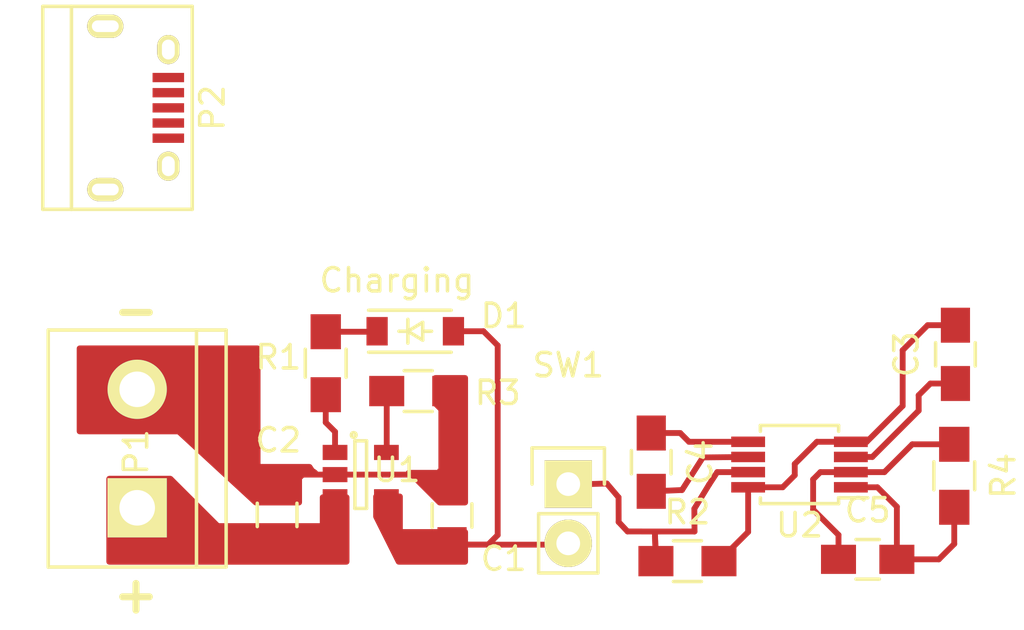
<source format=kicad_pcb>
(kicad_pcb (version 4) (host pcbnew "(2015-07-12 BZR 5927)-product")

  (general
    (links 27)
    (no_connects 3)
    (area 0 0 0 0)
    (thickness 1.6)
    (drawings 2)
    (tracks 86)
    (zones 0)
    (modules 15)
    (nets 16)
  )

  (page A4)
  (layers
    (0 F.Cu signal)
    (31 B.Cu signal)
    (32 B.Adhes user)
    (33 F.Adhes user)
    (34 B.Paste user)
    (35 F.Paste user)
    (36 B.SilkS user)
    (37 F.SilkS user)
    (38 B.Mask user)
    (39 F.Mask user)
    (40 Dwgs.User user)
    (41 Cmts.User user)
    (42 Eco1.User user)
    (43 Eco2.User user)
    (44 Edge.Cuts user)
    (45 Margin user)
    (46 B.CrtYd user)
    (47 F.CrtYd user)
    (48 B.Fab user)
    (49 F.Fab user)
  )

  (setup
    (last_trace_width 0.25)
    (trace_clearance 0.2)
    (zone_clearance 0.508)
    (zone_45_only no)
    (trace_min 0.2)
    (segment_width 0.2)
    (edge_width 0.1)
    (via_size 0.6)
    (via_drill 0.4)
    (via_min_size 0.4)
    (via_min_drill 0.3)
    (uvia_size 0.3)
    (uvia_drill 0.1)
    (uvias_allowed no)
    (uvia_min_size 0.2)
    (uvia_min_drill 0.1)
    (pcb_text_width 0.3)
    (pcb_text_size 1.5 1.5)
    (mod_edge_width 0.15)
    (mod_text_size 1 1)
    (mod_text_width 0.15)
    (pad_size 1.5 1.5)
    (pad_drill 0.6)
    (pad_to_mask_clearance 0)
    (aux_axis_origin 0 0)
    (visible_elements FFFFFFBF)
    (pcbplotparams
      (layerselection 0x00030_80000001)
      (usegerberextensions false)
      (excludeedgelayer true)
      (linewidth 0.100000)
      (plotframeref false)
      (viasonmask false)
      (mode 1)
      (useauxorigin false)
      (hpglpennumber 1)
      (hpglpenspeed 20)
      (hpglpendiameter 15)
      (hpglpenoverlay 2)
      (psnegative false)
      (psa4output false)
      (plotreference true)
      (plotvalue true)
      (plotinvisibletext false)
      (padsonsilk false)
      (subtractmaskfromsilk false)
      (outputformat 1)
      (mirror false)
      (drillshape 1)
      (scaleselection 1)
      (outputdirectory ""))
  )

  (net 0 "")
  (net 1 VCC)
  (net 2 GND)
  (net 3 "Net-(C2-Pad1)")
  (net 4 "Net-(D1-Pad1)")
  (net 5 "Net-(R1-Pad2)")
  (net 6 "Net-(R3-Pad1)")
  (net 7 "Net-(C3-Pad1)")
  (net 8 "Net-(C4-Pad1)")
  (net 9 "Net-(C4-Pad2)")
  (net 10 +5V)
  (net 11 "Net-(P2-Pad2)")
  (net 12 "Net-(P2-Pad3)")
  (net 13 "Net-(P2-Pad5)")
  (net 14 "Net-(R2-Pad1)")
  (net 15 "Net-(C10-Pad2)")

  (net_class Default "Ceci est la Netclass par défaut"
    (clearance 0.2)
    (trace_width 0.25)
    (via_dia 0.6)
    (via_drill 0.4)
    (uvia_dia 0.3)
    (uvia_drill 0.1)
    (add_net +5V)
    (add_net GND)
    (add_net "Net-(C10-Pad2)")
    (add_net "Net-(C2-Pad1)")
    (add_net "Net-(C3-Pad1)")
    (add_net "Net-(C4-Pad1)")
    (add_net "Net-(C4-Pad2)")
    (add_net "Net-(D1-Pad1)")
    (add_net "Net-(P2-Pad2)")
    (add_net "Net-(P2-Pad3)")
    (add_net "Net-(P2-Pad5)")
    (add_net "Net-(R1-Pad2)")
    (add_net "Net-(R2-Pad1)")
    (add_net "Net-(R3-Pad1)")
    (add_net VCC)
  )

  (module Capacitors_SMD:C_0805_HandSoldering (layer F.Cu) (tedit 55A2D6FA) (tstamp 55A2CF63)
    (at 159.8422 108.3818 90)
    (descr "Capacitor SMD 0805, hand soldering")
    (tags "capacitor 0805")
    (path /55A2BC5B)
    (attr smd)
    (fp_text reference C1 (at -1.8542 2.2098 180) (layer F.SilkS)
      (effects (font (size 1 1) (thickness 0.15)))
    )
    (fp_text value 10u (at 0.0254 0.0254 180) (layer F.Fab)
      (effects (font (size 0.5 0.5) (thickness 0.125)))
    )
    (fp_line (start -2.3 -1) (end 2.3 -1) (layer F.CrtYd) (width 0.05))
    (fp_line (start -2.3 1) (end 2.3 1) (layer F.CrtYd) (width 0.05))
    (fp_line (start -2.3 -1) (end -2.3 1) (layer F.CrtYd) (width 0.05))
    (fp_line (start 2.3 -1) (end 2.3 1) (layer F.CrtYd) (width 0.05))
    (fp_line (start 0.5 -0.85) (end -0.5 -0.85) (layer F.SilkS) (width 0.15))
    (fp_line (start -0.5 0.85) (end 0.5 0.85) (layer F.SilkS) (width 0.15))
    (pad 1 smd rect (at -1.25 0 90) (size 1.5 1.25) (layers F.Cu F.Paste F.Mask)
      (net 1 VCC))
    (pad 2 smd rect (at 1.25 0 90) (size 1.5 1.25) (layers F.Cu F.Paste F.Mask)
      (net 2 GND))
    (model Capacitors_SMD.3dshapes/C_0805_HandSoldering.wrl
      (at (xyz 0 0 0))
      (scale (xyz 1 1 1))
      (rotate (xyz 0 0 0))
    )
  )

  (module Capacitors_SMD:C_0805_HandSoldering (layer F.Cu) (tedit 55A2D6F6) (tstamp 55A2CF69)
    (at 152.3492 108.3564 90)
    (descr "Capacitor SMD 0805, hand soldering")
    (tags "capacitor 0805")
    (path /55A2BA39)
    (attr smd)
    (fp_text reference C2 (at 3.2004 0.0508 180) (layer F.SilkS)
      (effects (font (size 1 1) (thickness 0.15)))
    )
    (fp_text value 10u (at -0.1016 0.0508 180) (layer F.Fab)
      (effects (font (size 0.5 0.5) (thickness 0.125)))
    )
    (fp_line (start -2.3 -1) (end 2.3 -1) (layer F.CrtYd) (width 0.05))
    (fp_line (start -2.3 1) (end 2.3 1) (layer F.CrtYd) (width 0.05))
    (fp_line (start -2.3 -1) (end -2.3 1) (layer F.CrtYd) (width 0.05))
    (fp_line (start 2.3 -1) (end 2.3 1) (layer F.CrtYd) (width 0.05))
    (fp_line (start 0.5 -0.85) (end -0.5 -0.85) (layer F.SilkS) (width 0.15))
    (fp_line (start -0.5 0.85) (end 0.5 0.85) (layer F.SilkS) (width 0.15))
    (pad 1 smd rect (at -1.25 0 90) (size 1.5 1.25) (layers F.Cu F.Paste F.Mask)
      (net 3 "Net-(C2-Pad1)"))
    (pad 2 smd rect (at 1.25 0 90) (size 1.5 1.25) (layers F.Cu F.Paste F.Mask)
      (net 2 GND))
    (model Capacitors_SMD.3dshapes/C_0805_HandSoldering.wrl
      (at (xyz 0 0 0))
      (scale (xyz 1 1 1))
      (rotate (xyz 0 0 0))
    )
  )

  (module Diodes_SMD:SOD-123 (layer F.Cu) (tedit 55A2D700) (tstamp 55A2CF6F)
    (at 158.2674 100.4824)
    (descr SOD-123)
    (tags SOD-123)
    (path /55A2B6E8)
    (attr smd)
    (fp_text reference D1 (at 3.7846 -0.6604) (layer F.SilkS)
      (effects (font (size 1 1) (thickness 0.15)))
    )
    (fp_text value Charging (at -0.7874 -2.1844) (layer F.SilkS)
      (effects (font (size 1 1) (thickness 0.15)))
    )
    (fp_line (start 0.3175 0) (end 0.6985 0) (layer F.SilkS) (width 0.15))
    (fp_line (start -0.6985 0) (end -0.3175 0) (layer F.SilkS) (width 0.15))
    (fp_line (start -0.3175 0) (end 0.3175 -0.381) (layer F.SilkS) (width 0.15))
    (fp_line (start 0.3175 -0.381) (end 0.3175 0.381) (layer F.SilkS) (width 0.15))
    (fp_line (start 0.3175 0.381) (end -0.3175 0) (layer F.SilkS) (width 0.15))
    (fp_line (start -0.3175 -0.508) (end -0.3175 0.508) (layer F.SilkS) (width 0.15))
    (fp_line (start -2.25 -1.05) (end 2.25 -1.05) (layer F.CrtYd) (width 0.05))
    (fp_line (start 2.25 -1.05) (end 2.25 1.05) (layer F.CrtYd) (width 0.05))
    (fp_line (start 2.25 1.05) (end -2.25 1.05) (layer F.CrtYd) (width 0.05))
    (fp_line (start -2.25 -1.05) (end -2.25 1.05) (layer F.CrtYd) (width 0.05))
    (fp_line (start -2 0.9) (end 1.54 0.9) (layer F.SilkS) (width 0.15))
    (fp_line (start -2 -0.9) (end 1.54 -0.9) (layer F.SilkS) (width 0.15))
    (pad 1 smd rect (at -1.635 0) (size 0.91 1.22) (layers F.Cu F.Paste F.Mask)
      (net 4 "Net-(D1-Pad1)"))
    (pad 2 smd rect (at 1.635 0) (size 0.91 1.22) (layers F.Cu F.Paste F.Mask)
      (net 1 VCC))
  )

  (module Connect:bornier2 (layer F.Cu) (tedit 55A2D6A1) (tstamp 55A2CF75)
    (at 146.3548 105.5116 90)
    (descr "Bornier d'alimentation 2 pins")
    (tags DEV)
    (path /55A2CE50)
    (fp_text reference P1 (at -0.1524 -0.0508 90) (layer F.SilkS)
      (effects (font (size 1 1) (thickness 0.15)))
    )
    (fp_text value LIPO (at -0.1524 -2.5908 90) (layer F.Fab)
      (effects (font (size 1 1) (thickness 0.15)))
    )
    (fp_line (start 5.08 2.54) (end -5.08 2.54) (layer F.SilkS) (width 0.15))
    (fp_line (start 5.08 3.81) (end 5.08 -3.81) (layer F.SilkS) (width 0.15))
    (fp_line (start 5.08 -3.81) (end -5.08 -3.81) (layer F.SilkS) (width 0.15))
    (fp_line (start -5.08 -3.81) (end -5.08 3.81) (layer F.SilkS) (width 0.15))
    (fp_line (start -5.08 3.81) (end 5.08 3.81) (layer F.SilkS) (width 0.15))
    (pad 1 thru_hole rect (at -2.54 0 90) (size 2.54 2.54) (drill 1.524) (layers *.Cu *.Mask F.SilkS)
      (net 3 "Net-(C2-Pad1)"))
    (pad 2 thru_hole circle (at 2.54 0 90) (size 2.54 2.54) (drill 1.524) (layers *.Cu *.Mask F.SilkS)
      (net 2 GND))
    (model Connect.3dshapes/bornier2.wrl
      (at (xyz 0 0 0))
      (scale (xyz 1 1 1))
      (rotate (xyz 0 0 0))
    )
  )

  (module Resistors_SMD:R_0805_HandSoldering (layer F.Cu) (tedit 55A2D6FE) (tstamp 55A2CF7B)
    (at 154.432 101.854 270)
    (descr "Resistor SMD 0805, hand soldering")
    (tags "resistor 0805")
    (path /55A2B76F)
    (attr smd)
    (fp_text reference R1 (at -0.254 2.032 360) (layer F.SilkS)
      (effects (font (size 1 1) (thickness 0.15)))
    )
    (fp_text value 1K (at 0 0 360) (layer F.Fab)
      (effects (font (size 0.5 0.5) (thickness 0.125)))
    )
    (fp_line (start -2.4 -1) (end 2.4 -1) (layer F.CrtYd) (width 0.05))
    (fp_line (start -2.4 1) (end 2.4 1) (layer F.CrtYd) (width 0.05))
    (fp_line (start -2.4 -1) (end -2.4 1) (layer F.CrtYd) (width 0.05))
    (fp_line (start 2.4 -1) (end 2.4 1) (layer F.CrtYd) (width 0.05))
    (fp_line (start 0.6 0.875) (end -0.6 0.875) (layer F.SilkS) (width 0.15))
    (fp_line (start -0.6 -0.875) (end 0.6 -0.875) (layer F.SilkS) (width 0.15))
    (pad 1 smd rect (at -1.35 0 270) (size 1.5 1.3) (layers F.Cu F.Paste F.Mask)
      (net 4 "Net-(D1-Pad1)"))
    (pad 2 smd rect (at 1.35 0 270) (size 1.5 1.3) (layers F.Cu F.Paste F.Mask)
      (net 5 "Net-(R1-Pad2)"))
    (model Resistors_SMD.3dshapes/R_0805_HandSoldering.wrl
      (at (xyz 0 0 0))
      (scale (xyz 1 1 1))
      (rotate (xyz 0 0 0))
    )
  )

  (module Resistors_SMD:R_0805_HandSoldering (layer F.Cu) (tedit 55A2D62B) (tstamp 55A2CF81)
    (at 158.3944 103.0478)
    (descr "Resistor SMD 0805, hand soldering")
    (tags "resistor 0805")
    (path /55A2B8E0)
    (attr smd)
    (fp_text reference R3 (at 3.4036 0.0762) (layer F.SilkS)
      (effects (font (size 1 1) (thickness 0.15)))
    )
    (fp_text value 2K (at 0 0.0762 90) (layer F.Fab)
      (effects (font (size 0.5 0.5) (thickness 0.125)))
    )
    (fp_line (start -2.4 -1) (end 2.4 -1) (layer F.CrtYd) (width 0.05))
    (fp_line (start -2.4 1) (end 2.4 1) (layer F.CrtYd) (width 0.05))
    (fp_line (start -2.4 -1) (end -2.4 1) (layer F.CrtYd) (width 0.05))
    (fp_line (start 2.4 -1) (end 2.4 1) (layer F.CrtYd) (width 0.05))
    (fp_line (start 0.6 0.875) (end -0.6 0.875) (layer F.SilkS) (width 0.15))
    (fp_line (start -0.6 -0.875) (end 0.6 -0.875) (layer F.SilkS) (width 0.15))
    (pad 1 smd rect (at -1.35 0) (size 1.5 1.3) (layers F.Cu F.Paste F.Mask)
      (net 6 "Net-(R3-Pad1)"))
    (pad 2 smd rect (at 1.35 0) (size 1.5 1.3) (layers F.Cu F.Paste F.Mask)
      (net 2 GND))
    (model Resistors_SMD.3dshapes/R_0805_HandSoldering.wrl
      (at (xyz 0 0 0))
      (scale (xyz 1 1 1))
      (rotate (xyz 0 0 0))
    )
  )

  (module Housings_SOT-23_SOT-143_TSOT-6:SOT-23-5 (layer F.Cu) (tedit 55A2D6BF) (tstamp 55A2CF8A)
    (at 155.9306 106.6292)
    (descr "5-pin SOT23 package")
    (tags SOT-23-5)
    (path /55A2B662)
    (attr smd)
    (fp_text reference U1 (at 1.5494 -0.2032) (layer F.SilkS)
      (effects (font (size 1 1) (thickness 0.15)))
    )
    (fp_text value MCP73831 (at 0.0254 -0.0254 90) (layer F.Fab)
      (effects (font (size 0.25 0.25) (thickness 0.0625)))
    )
    (fp_line (start -1.8 -1.6) (end 1.8 -1.6) (layer F.CrtYd) (width 0.05))
    (fp_line (start 1.8 -1.6) (end 1.8 1.6) (layer F.CrtYd) (width 0.05))
    (fp_line (start 1.8 1.6) (end -1.8 1.6) (layer F.CrtYd) (width 0.05))
    (fp_line (start -1.8 1.6) (end -1.8 -1.6) (layer F.CrtYd) (width 0.05))
    (fp_circle (center -0.3 -1.7) (end -0.2 -1.7) (layer F.SilkS) (width 0.15))
    (fp_line (start 0.25 -1.45) (end -0.25 -1.45) (layer F.SilkS) (width 0.15))
    (fp_line (start 0.25 1.45) (end 0.25 -1.45) (layer F.SilkS) (width 0.15))
    (fp_line (start -0.25 1.45) (end 0.25 1.45) (layer F.SilkS) (width 0.15))
    (fp_line (start -0.25 -1.45) (end -0.25 1.45) (layer F.SilkS) (width 0.15))
    (pad 1 smd rect (at -1.1 -0.95) (size 1.06 0.65) (layers F.Cu F.Paste F.Mask)
      (net 5 "Net-(R1-Pad2)"))
    (pad 2 smd rect (at -1.1 0) (size 1.06 0.65) (layers F.Cu F.Paste F.Mask)
      (net 2 GND))
    (pad 3 smd rect (at -1.1 0.95) (size 1.06 0.65) (layers F.Cu F.Paste F.Mask)
      (net 3 "Net-(C2-Pad1)"))
    (pad 4 smd rect (at 1.1 0.95) (size 1.06 0.65) (layers F.Cu F.Paste F.Mask)
      (net 1 VCC))
    (pad 5 smd rect (at 1.1 -0.95) (size 1.06 0.65) (layers F.Cu F.Paste F.Mask)
      (net 6 "Net-(R3-Pad1)"))
    (model Housings_SOT-23_SOT-143_TSOT-6.3dshapes/SOT-23-5.wrl
      (at (xyz 0 0 0))
      (scale (xyz 0.11 0.11 0.11))
      (rotate (xyz 0 0 90))
    )
  )

  (module Capacitors_SMD:C_0805_HandSoldering (layer F.Cu) (tedit 541A9B8D) (tstamp 55A2E6A6)
    (at 181.4068 101.473 90)
    (descr "Capacitor SMD 0805, hand soldering")
    (tags "capacitor 0805")
    (path /55A2E3A2)
    (attr smd)
    (fp_text reference C3 (at 0 -2.1 90) (layer F.SilkS)
      (effects (font (size 1 1) (thickness 0.15)))
    )
    (fp_text value 10uF (at 0 2.1 90) (layer F.Fab)
      (effects (font (size 1 1) (thickness 0.15)))
    )
    (fp_line (start -2.3 -1) (end 2.3 -1) (layer F.CrtYd) (width 0.05))
    (fp_line (start -2.3 1) (end 2.3 1) (layer F.CrtYd) (width 0.05))
    (fp_line (start -2.3 -1) (end -2.3 1) (layer F.CrtYd) (width 0.05))
    (fp_line (start 2.3 -1) (end 2.3 1) (layer F.CrtYd) (width 0.05))
    (fp_line (start 0.5 -0.85) (end -0.5 -0.85) (layer F.SilkS) (width 0.15))
    (fp_line (start -0.5 0.85) (end 0.5 0.85) (layer F.SilkS) (width 0.15))
    (pad 1 smd rect (at -1.25 0 90) (size 1.5 1.25) (layers F.Cu F.Paste F.Mask)
      (net 7 "Net-(C3-Pad1)"))
    (pad 2 smd rect (at 1.25 0 90) (size 1.5 1.25) (layers F.Cu F.Paste F.Mask)
      (net 2 GND))
    (model Capacitors_SMD.3dshapes/C_0805_HandSoldering.wrl
      (at (xyz 0 0 0))
      (scale (xyz 1 1 1))
      (rotate (xyz 0 0 0))
    )
  )

  (module Capacitors_SMD:C_0805_HandSoldering (layer F.Cu) (tedit 541A9B8D) (tstamp 55A2E6AC)
    (at 168.3766 106.0958 270)
    (descr "Capacitor SMD 0805, hand soldering")
    (tags "capacitor 0805")
    (path /55A2E347)
    (attr smd)
    (fp_text reference C4 (at 0 -2.1 270) (layer F.SilkS)
      (effects (font (size 1 1) (thickness 0.15)))
    )
    (fp_text value 1uF (at 0 2.1 270) (layer F.Fab)
      (effects (font (size 1 1) (thickness 0.15)))
    )
    (fp_line (start -2.3 -1) (end 2.3 -1) (layer F.CrtYd) (width 0.05))
    (fp_line (start -2.3 1) (end 2.3 1) (layer F.CrtYd) (width 0.05))
    (fp_line (start -2.3 -1) (end -2.3 1) (layer F.CrtYd) (width 0.05))
    (fp_line (start 2.3 -1) (end 2.3 1) (layer F.CrtYd) (width 0.05))
    (fp_line (start 0.5 -0.85) (end -0.5 -0.85) (layer F.SilkS) (width 0.15))
    (fp_line (start -0.5 0.85) (end 0.5 0.85) (layer F.SilkS) (width 0.15))
    (pad 1 smd rect (at -1.25 0 270) (size 1.5 1.25) (layers F.Cu F.Paste F.Mask)
      (net 8 "Net-(C4-Pad1)"))
    (pad 2 smd rect (at 1.25 0 270) (size 1.5 1.25) (layers F.Cu F.Paste F.Mask)
      (net 9 "Net-(C4-Pad2)"))
    (model Capacitors_SMD.3dshapes/C_0805_HandSoldering.wrl
      (at (xyz 0 0 0))
      (scale (xyz 1 1 1))
      (rotate (xyz 0 0 0))
    )
  )

  (module Capacitors_SMD:C_0805_HandSoldering (layer F.Cu) (tedit 541A9B8D) (tstamp 55A2E6B2)
    (at 177.6476 110.2614)
    (descr "Capacitor SMD 0805, hand soldering")
    (tags "capacitor 0805")
    (path /55A2E482)
    (attr smd)
    (fp_text reference C5 (at 0 -2.1) (layer F.SilkS)
      (effects (font (size 1 1) (thickness 0.15)))
    )
    (fp_text value 10uF (at 0 2.1) (layer F.Fab)
      (effects (font (size 1 1) (thickness 0.15)))
    )
    (fp_line (start -2.3 -1) (end 2.3 -1) (layer F.CrtYd) (width 0.05))
    (fp_line (start -2.3 1) (end 2.3 1) (layer F.CrtYd) (width 0.05))
    (fp_line (start -2.3 -1) (end -2.3 1) (layer F.CrtYd) (width 0.05))
    (fp_line (start 2.3 -1) (end 2.3 1) (layer F.CrtYd) (width 0.05))
    (fp_line (start 0.5 -0.85) (end -0.5 -0.85) (layer F.SilkS) (width 0.15))
    (fp_line (start -0.5 0.85) (end 0.5 0.85) (layer F.SilkS) (width 0.15))
    (pad 1 smd rect (at -1.25 0) (size 1.5 1.25) (layers F.Cu F.Paste F.Mask)
      (net 10 +5V))
    (pad 2 smd rect (at 1.25 0) (size 1.5 1.25) (layers F.Cu F.Paste F.Mask)
      (net 15 "Net-(C10-Pad2)"))
    (model Capacitors_SMD.3dshapes/C_0805_HandSoldering.wrl
      (at (xyz 0 0 0))
      (scale (xyz 1 1 1))
      (rotate (xyz 0 0 0))
    )
  )

  (module Connect:USB_Micro-B (layer F.Cu) (tedit 5543E447) (tstamp 55A2E6BF)
    (at 146.1262 90.9066 270)
    (descr "Micro USB Type B Receptacle")
    (tags "USB USB_B USB_micro USB_OTG")
    (path /55A2F1C5)
    (attr smd)
    (fp_text reference P2 (at 0 -3.45 270) (layer F.SilkS)
      (effects (font (size 1 1) (thickness 0.15)))
    )
    (fp_text value USB_A (at 0 4.8 270) (layer F.Fab)
      (effects (font (size 1 1) (thickness 0.15)))
    )
    (fp_line (start -4.6 -2.8) (end 4.6 -2.8) (layer F.CrtYd) (width 0.05))
    (fp_line (start 4.6 -2.8) (end 4.6 4.05) (layer F.CrtYd) (width 0.05))
    (fp_line (start 4.6 4.05) (end -4.6 4.05) (layer F.CrtYd) (width 0.05))
    (fp_line (start -4.6 4.05) (end -4.6 -2.8) (layer F.CrtYd) (width 0.05))
    (fp_line (start -4.3509 3.81746) (end 4.3491 3.81746) (layer F.SilkS) (width 0.15))
    (fp_line (start -4.3509 -2.58754) (end 4.3491 -2.58754) (layer F.SilkS) (width 0.15))
    (fp_line (start 4.3491 -2.58754) (end 4.3491 3.81746) (layer F.SilkS) (width 0.15))
    (fp_line (start 4.3491 2.58746) (end -4.3509 2.58746) (layer F.SilkS) (width 0.15))
    (fp_line (start -4.3509 3.81746) (end -4.3509 -2.58754) (layer F.SilkS) (width 0.15))
    (pad 1 smd rect (at -1.3009 -1.56254) (size 1.35 0.4) (layers F.Cu F.Paste F.Mask)
      (net 1 VCC))
    (pad 2 smd rect (at -0.6509 -1.56254) (size 1.35 0.4) (layers F.Cu F.Paste F.Mask)
      (net 11 "Net-(P2-Pad2)"))
    (pad 3 smd rect (at -0.0009 -1.56254) (size 1.35 0.4) (layers F.Cu F.Paste F.Mask)
      (net 12 "Net-(P2-Pad3)"))
    (pad 4 smd rect (at 0.6491 -1.56254) (size 1.35 0.4) (layers F.Cu F.Paste F.Mask)
      (net 2 GND))
    (pad 5 smd rect (at 1.2991 -1.56254) (size 1.35 0.4) (layers F.Cu F.Paste F.Mask)
      (net 13 "Net-(P2-Pad5)"))
    (pad 6 thru_hole oval (at -2.5009 -1.56254) (size 0.95 1.25) (drill oval 0.55 0.85) (layers *.Cu *.Mask F.SilkS))
    (pad 6 thru_hole oval (at 2.4991 -1.56254) (size 0.95 1.25) (drill oval 0.55 0.85) (layers *.Cu *.Mask F.SilkS))
    (pad 6 thru_hole oval (at -3.5009 1.13746) (size 1.55 1) (drill oval 1.15 0.5) (layers *.Cu *.Mask F.SilkS))
    (pad 6 thru_hole oval (at 3.4991 1.13746) (size 1.55 1) (drill oval 1.15 0.5) (layers *.Cu *.Mask F.SilkS))
  )

  (module Resistors_SMD:R_0805_HandSoldering (layer F.Cu) (tedit 54189DEE) (tstamp 55A2E6C5)
    (at 169.926 110.3376)
    (descr "Resistor SMD 0805, hand soldering")
    (tags "resistor 0805")
    (path /55A2EFA4)
    (attr smd)
    (fp_text reference R2 (at 0 -2.1) (layer F.SilkS)
      (effects (font (size 1 1) (thickness 0.15)))
    )
    (fp_text value 100K (at 0 2.1) (layer F.Fab)
      (effects (font (size 1 1) (thickness 0.15)))
    )
    (fp_line (start -2.4 -1) (end 2.4 -1) (layer F.CrtYd) (width 0.05))
    (fp_line (start -2.4 1) (end 2.4 1) (layer F.CrtYd) (width 0.05))
    (fp_line (start -2.4 -1) (end -2.4 1) (layer F.CrtYd) (width 0.05))
    (fp_line (start 2.4 -1) (end 2.4 1) (layer F.CrtYd) (width 0.05))
    (fp_line (start 0.6 0.875) (end -0.6 0.875) (layer F.SilkS) (width 0.15))
    (fp_line (start -0.6 -0.875) (end 0.6 -0.875) (layer F.SilkS) (width 0.15))
    (pad 1 smd rect (at -1.35 0) (size 1.5 1.3) (layers F.Cu F.Paste F.Mask)
      (net 14 "Net-(R2-Pad1)"))
    (pad 2 smd rect (at 1.35 0) (size 1.5 1.3) (layers F.Cu F.Paste F.Mask)
      (net 2 GND))
    (model Resistors_SMD.3dshapes/R_0805_HandSoldering.wrl
      (at (xyz 0 0 0))
      (scale (xyz 1 1 1))
      (rotate (xyz 0 0 0))
    )
  )

  (module Resistors_SMD:R_0805_HandSoldering (layer F.Cu) (tedit 54189DEE) (tstamp 55A2E6CB)
    (at 181.356 106.68 270)
    (descr "Resistor SMD 0805, hand soldering")
    (tags "resistor 0805")
    (path /55A2E42D)
    (attr smd)
    (fp_text reference R4 (at 0 -2.1 270) (layer F.SilkS)
      (effects (font (size 1 1) (thickness 0.15)))
    )
    (fp_text value 100k (at 0 2.1 270) (layer F.Fab)
      (effects (font (size 1 1) (thickness 0.15)))
    )
    (fp_line (start -2.4 -1) (end 2.4 -1) (layer F.CrtYd) (width 0.05))
    (fp_line (start -2.4 1) (end 2.4 1) (layer F.CrtYd) (width 0.05))
    (fp_line (start -2.4 -1) (end -2.4 1) (layer F.CrtYd) (width 0.05))
    (fp_line (start 2.4 -1) (end 2.4 1) (layer F.CrtYd) (width 0.05))
    (fp_line (start 0.6 0.875) (end -0.6 0.875) (layer F.SilkS) (width 0.15))
    (fp_line (start -0.6 -0.875) (end 0.6 -0.875) (layer F.SilkS) (width 0.15))
    (pad 1 smd rect (at -1.35 0 270) (size 1.5 1.3) (layers F.Cu F.Paste F.Mask)
      (net 10 +5V))
    (pad 2 smd rect (at 1.35 0 270) (size 1.5 1.3) (layers F.Cu F.Paste F.Mask)
      (net 15 "Net-(C10-Pad2)"))
    (model Resistors_SMD.3dshapes/R_0805_HandSoldering.wrl
      (at (xyz 0 0 0))
      (scale (xyz 1 1 1))
      (rotate (xyz 0 0 0))
    )
  )

  (module Housings_SSOP:MSOP-8_3x3mm_Pitch0.65mm (layer F.Cu) (tedit 54130A77) (tstamp 55A2E6DD)
    (at 174.7266 106.1974 180)
    (descr "8-Lead Plastic Micro Small Outline Package (MS) [MSOP] (see Microchip Packaging Specification 00000049BS.pdf)")
    (tags "SSOP 0.65")
    (path /55A2E268)
    (attr smd)
    (fp_text reference U2 (at 0 -2.6 180) (layer F.SilkS)
      (effects (font (size 1 1) (thickness 0.15)))
    )
    (fp_text value MCP1253 (at 0 2.6 180) (layer F.Fab)
      (effects (font (size 1 1) (thickness 0.15)))
    )
    (fp_line (start -3.2 -1.85) (end -3.2 1.85) (layer F.CrtYd) (width 0.05))
    (fp_line (start 3.2 -1.85) (end 3.2 1.85) (layer F.CrtYd) (width 0.05))
    (fp_line (start -3.2 -1.85) (end 3.2 -1.85) (layer F.CrtYd) (width 0.05))
    (fp_line (start -3.2 1.85) (end 3.2 1.85) (layer F.CrtYd) (width 0.05))
    (fp_line (start -1.675 -1.675) (end -1.675 -1.425) (layer F.SilkS) (width 0.15))
    (fp_line (start 1.675 -1.675) (end 1.675 -1.425) (layer F.SilkS) (width 0.15))
    (fp_line (start 1.675 1.675) (end 1.675 1.425) (layer F.SilkS) (width 0.15))
    (fp_line (start -1.675 1.675) (end -1.675 1.425) (layer F.SilkS) (width 0.15))
    (fp_line (start -1.675 -1.675) (end 1.675 -1.675) (layer F.SilkS) (width 0.15))
    (fp_line (start -1.675 1.675) (end 1.675 1.675) (layer F.SilkS) (width 0.15))
    (fp_line (start -1.675 -1.425) (end -2.925 -1.425) (layer F.SilkS) (width 0.15))
    (pad 1 smd rect (at -2.2 -0.975 180) (size 1.45 0.45) (layers F.Cu F.Paste F.Mask)
      (net 15 "Net-(C10-Pad2)"))
    (pad 2 smd rect (at -2.2 -0.325 180) (size 1.45 0.45) (layers F.Cu F.Paste F.Mask)
      (net 10 +5V))
    (pad 3 smd rect (at -2.2 0.325 180) (size 1.45 0.45) (layers F.Cu F.Paste F.Mask)
      (net 7 "Net-(C3-Pad1)"))
    (pad 4 smd rect (at -2.2 0.975 180) (size 1.45 0.45) (layers F.Cu F.Paste F.Mask)
      (net 2 GND))
    (pad 5 smd rect (at 2.2 0.975 180) (size 1.45 0.45) (layers F.Cu F.Paste F.Mask)
      (net 8 "Net-(C4-Pad1)"))
    (pad 6 smd rect (at 2.2 0.325 180) (size 1.45 0.45) (layers F.Cu F.Paste F.Mask)
      (net 9 "Net-(C4-Pad2)"))
    (pad 7 smd rect (at 2.2 -0.325 180) (size 1.45 0.45) (layers F.Cu F.Paste F.Mask)
      (net 14 "Net-(R2-Pad1)"))
    (pad 8 smd rect (at 2.2 -0.975 180) (size 1.45 0.45) (layers F.Cu F.Paste F.Mask)
      (net 2 GND))
    (model Housings_SSOP.3dshapes/MSOP-8_3x3mm_Pitch0.65mm.wrl
      (at (xyz 0 0 0))
      (scale (xyz 1 1 1))
      (rotate (xyz 0 0 0))
    )
  )

  (module Pin_Headers:Pin_Header_Straight_1x02 (layer F.Cu) (tedit 54EA090C) (tstamp 55A2E96B)
    (at 164.8206 107.0356)
    (descr "Through hole pin header")
    (tags "pin header")
    (path /55A2EC46)
    (fp_text reference SW1 (at 0 -5.1) (layer F.SilkS)
      (effects (font (size 1 1) (thickness 0.15)))
    )
    (fp_text value SPST (at 0 -3.1) (layer F.Fab)
      (effects (font (size 1 1) (thickness 0.15)))
    )
    (fp_line (start 1.27 1.27) (end 1.27 3.81) (layer F.SilkS) (width 0.15))
    (fp_line (start 1.55 -1.55) (end 1.55 0) (layer F.SilkS) (width 0.15))
    (fp_line (start -1.75 -1.75) (end -1.75 4.3) (layer F.CrtYd) (width 0.05))
    (fp_line (start 1.75 -1.75) (end 1.75 4.3) (layer F.CrtYd) (width 0.05))
    (fp_line (start -1.75 -1.75) (end 1.75 -1.75) (layer F.CrtYd) (width 0.05))
    (fp_line (start -1.75 4.3) (end 1.75 4.3) (layer F.CrtYd) (width 0.05))
    (fp_line (start 1.27 1.27) (end -1.27 1.27) (layer F.SilkS) (width 0.15))
    (fp_line (start -1.55 0) (end -1.55 -1.55) (layer F.SilkS) (width 0.15))
    (fp_line (start -1.55 -1.55) (end 1.55 -1.55) (layer F.SilkS) (width 0.15))
    (fp_line (start -1.27 1.27) (end -1.27 3.81) (layer F.SilkS) (width 0.15))
    (fp_line (start -1.27 3.81) (end 1.27 3.81) (layer F.SilkS) (width 0.15))
    (pad 1 thru_hole rect (at 0 0) (size 2.032 2.032) (drill 1.016) (layers *.Cu *.Mask F.SilkS)
      (net 14 "Net-(R2-Pad1)"))
    (pad 2 thru_hole oval (at 0 2.54) (size 2.032 2.032) (drill 1.016) (layers *.Cu *.Mask F.SilkS)
      (net 1 VCC))
    (model Pin_Headers.3dshapes/Pin_Header_Straight_1x02.wrl
      (at (xyz 0 -0.05 0))
      (scale (xyz 1 1 1))
      (rotate (xyz 0 0 90))
    )
  )

  (gr_text + (at 146.304 111.76) (layer F.SilkS)
    (effects (font (size 1.5 1.5) (thickness 0.3)))
  )
  (gr_text - (at 146.304 99.568) (layer F.SilkS)
    (effects (font (size 1.5 1.5) (thickness 0.3)))
  )

  (segment (start 159.8422 109.6318) (end 164.7644 109.6318) (width 0.25) (layer F.Cu) (net 1))
  (segment (start 164.7644 109.6318) (end 164.8206 109.5756) (width 0.25) (layer F.Cu) (net 1) (tstamp 55A2EC75))
  (segment (start 159.9024 100.4824) (end 159.7152 100.4824) (width 0.25) (layer F.Cu) (net 1))
  (segment (start 159.9024 100.4824) (end 161.1884 100.4824) (width 0.25) (layer F.Cu) (net 1))
  (segment (start 161.3862 109.6318) (end 159.8422 109.6318) (width 0.25) (layer F.Cu) (net 1) (tstamp 55A2D5FB))
  (segment (start 161.798 109.22) (end 161.3862 109.6318) (width 0.25) (layer F.Cu) (net 1) (tstamp 55A2D5F9))
  (segment (start 161.798 101.092) (end 161.798 109.22) (width 0.25) (layer F.Cu) (net 1) (tstamp 55A2D5F6))
  (segment (start 161.1884 100.4824) (end 161.798 101.092) (width 0.25) (layer F.Cu) (net 1) (tstamp 55A2D5F3))
  (segment (start 157.0306 107.5792) (end 157.0306 108.9992) (width 0.25) (layer F.Cu) (net 1))
  (segment (start 157.6632 109.6318) (end 159.8422 109.6318) (width 0.25) (layer F.Cu) (net 1) (tstamp 55A2D121))
  (segment (start 157.0306 108.9992) (end 157.6632 109.6318) (width 0.25) (layer F.Cu) (net 1) (tstamp 55A2D11F))
  (segment (start 176.9266 105.2224) (end 177.6066 105.2224) (width 0.25) (layer F.Cu) (net 2))
  (segment (start 177.6066 105.2224) (end 179.1462 103.6828) (width 0.25) (layer F.Cu) (net 2) (tstamp 55A2ED38))
  (segment (start 180.2184 100.223) (end 181.4068 100.223) (width 0.25) (layer F.Cu) (net 2) (tstamp 55A2ED3C))
  (segment (start 179.1462 101.2952) (end 180.2184 100.223) (width 0.25) (layer F.Cu) (net 2) (tstamp 55A2ED3A))
  (segment (start 179.1462 103.6828) (end 179.1462 101.2952) (width 0.25) (layer F.Cu) (net 2) (tstamp 55A2ED39))
  (segment (start 172.5266 107.1724) (end 174.0056 107.1724) (width 0.25) (layer F.Cu) (net 2))
  (segment (start 175.473 105.2224) (end 176.9266 105.2224) (width 0.25) (layer F.Cu) (net 2) (tstamp 55A2ED17))
  (segment (start 174.5234 106.172) (end 175.473 105.2224) (width 0.25) (layer F.Cu) (net 2) (tstamp 55A2ED16))
  (segment (start 174.5234 106.6546) (end 174.5234 106.172) (width 0.25) (layer F.Cu) (net 2) (tstamp 55A2ED15))
  (segment (start 174.0056 107.1724) (end 174.5234 106.6546) (width 0.25) (layer F.Cu) (net 2) (tstamp 55A2ED14))
  (segment (start 172.5266 107.1724) (end 172.5266 109.087) (width 0.25) (layer F.Cu) (net 2))
  (segment (start 172.5266 109.087) (end 171.276 110.3376) (width 0.25) (layer F.Cu) (net 2) (tstamp 55A2EC7E))
  (segment (start 146.4169 102.9095) (end 146.3548 102.9716) (width 0.25) (layer F.Cu) (net 2) (tstamp 55A2EC72))
  (segment (start 146.3548 102.9716) (end 147.1984 102.9716) (width 0.25) (layer F.Cu) (net 2))
  (segment (start 148.2144 102.9716) (end 152.3492 107.1064) (width 0.25) (layer F.Cu) (net 2) (tstamp 55A2D1DD))
  (segment (start 146.3548 102.9716) (end 148.2144 102.9716) (width 0.25) (layer F.Cu) (net 2))
  (segment (start 159.7444 103.0478) (end 159.7444 107.034) (width 0.25) (layer F.Cu) (net 2))
  (segment (start 159.7444 107.034) (end 159.8422 107.1318) (width 0.25) (layer F.Cu) (net 2) (tstamp 55A2D138))
  (segment (start 159.8422 107.1318) (end 158.8462 107.1318) (width 0.25) (layer F.Cu) (net 2))
  (segment (start 158.3436 106.6292) (end 154.8306 106.6292) (width 0.25) (layer F.Cu) (net 2) (tstamp 55A2D135))
  (segment (start 158.8462 107.1318) (end 158.3436 106.6292) (width 0.25) (layer F.Cu) (net 2) (tstamp 55A2D132))
  (segment (start 152.3492 107.1064) (end 152.9642 107.1064) (width 0.25) (layer F.Cu) (net 2))
  (segment (start 152.9642 107.1064) (end 153.4414 106.6292) (width 0.25) (layer F.Cu) (net 2) (tstamp 55A2D125))
  (segment (start 153.4414 106.6292) (end 154.8306 106.6292) (width 0.25) (layer F.Cu) (net 2) (tstamp 55A2D127))
  (segment (start 154.8306 107.5792) (end 154.8306 109.517) (width 0.25) (layer F.Cu) (net 3))
  (segment (start 154.7412 109.6064) (end 152.3492 109.6064) (width 0.25) (layer F.Cu) (net 3) (tstamp 55A2D11B))
  (segment (start 154.8306 109.517) (end 154.7412 109.6064) (width 0.25) (layer F.Cu) (net 3) (tstamp 55A2D11A))
  (segment (start 146.3548 108.0516) (end 147.7518 108.0516) (width 0.25) (layer F.Cu) (net 3))
  (segment (start 149.3066 109.6064) (end 152.3492 109.6064) (width 0.25) (layer F.Cu) (net 3) (tstamp 55A2D115))
  (segment (start 147.7518 108.0516) (end 149.3066 109.6064) (width 0.25) (layer F.Cu) (net 3) (tstamp 55A2D112))
  (segment (start 154.432 100.504) (end 156.6108 100.504) (width 0.25) (layer F.Cu) (net 4))
  (segment (start 156.6108 100.504) (end 156.6324 100.4824) (width 0.25) (layer F.Cu) (net 4) (tstamp 55A2D143))
  (segment (start 154.432 103.204) (end 154.432 104.394) (width 0.25) (layer F.Cu) (net 5))
  (segment (start 154.8306 104.7926) (end 154.8306 105.6792) (width 0.25) (layer F.Cu) (net 5) (tstamp 55A2D13F))
  (segment (start 154.432 104.394) (end 154.8306 104.7926) (width 0.25) (layer F.Cu) (net 5) (tstamp 55A2D13E))
  (segment (start 157.0444 103.0478) (end 157.0444 105.6654) (width 0.25) (layer F.Cu) (net 6))
  (segment (start 157.0444 105.6654) (end 157.0306 105.6792) (width 0.25) (layer F.Cu) (net 6) (tstamp 55A2D13B))
  (segment (start 176.9266 105.8724) (end 177.8456 105.8724) (width 0.25) (layer F.Cu) (net 7))
  (segment (start 180.3346 102.723) (end 181.4068 102.723) (width 0.25) (layer F.Cu) (net 7) (tstamp 55A2ED35))
  (segment (start 179.832 103.2256) (end 180.3346 102.723) (width 0.25) (layer F.Cu) (net 7) (tstamp 55A2ED34))
  (segment (start 179.832 103.886) (end 179.832 103.2256) (width 0.25) (layer F.Cu) (net 7) (tstamp 55A2ED33))
  (segment (start 177.8456 105.8724) (end 179.832 103.886) (width 0.25) (layer F.Cu) (net 7) (tstamp 55A2ED32))
  (segment (start 172.5266 105.2224) (end 169.9924 105.2224) (width 0.25) (layer F.Cu) (net 8))
  (segment (start 169.6158 104.8458) (end 168.3766 104.8458) (width 0.25) (layer F.Cu) (net 8) (tstamp 55A2EC8F))
  (segment (start 169.9924 105.2224) (end 169.6158 104.8458) (width 0.25) (layer F.Cu) (net 8) (tstamp 55A2EC8E))
  (segment (start 172.5266 105.8724) (end 170.586929 105.892594) (width 0.25) (layer F.Cu) (net 9))
  (segment (start 169.69328 107.290565) (end 168.3766 107.3458) (width 0.25) (layer F.Cu) (net 9) (tstamp 55A2EC8A))
  (segment (start 170.586929 105.892594) (end 169.69328 107.290565) (width 0.25) (layer F.Cu) (net 9) (tstamp 55A2EC88))
  (segment (start 176.9266 106.5224) (end 178.364 106.5224) (width 0.25) (layer F.Cu) (net 10))
  (segment (start 179.5564 105.33) (end 181.356 105.33) (width 0.25) (layer F.Cu) (net 10) (tstamp 55A2ED2E))
  (segment (start 178.364 106.5224) (end 179.5564 105.33) (width 0.25) (layer F.Cu) (net 10) (tstamp 55A2ED2C))
  (segment (start 176.9266 106.5224) (end 175.6208 106.5224) (width 0.25) (layer F.Cu) (net 10))
  (segment (start 176.3976 109.2146) (end 176.3976 110.2614) (width 0.25) (layer F.Cu) (net 10) (tstamp 55A2ED1D))
  (segment (start 175.3108 108.1278) (end 176.3976 109.2146) (width 0.25) (layer F.Cu) (net 10) (tstamp 55A2ED1C))
  (segment (start 175.3108 106.8324) (end 175.3108 108.1278) (width 0.25) (layer F.Cu) (net 10) (tstamp 55A2ED1B))
  (segment (start 175.6208 106.5224) (end 175.3108 106.8324) (width 0.25) (layer F.Cu) (net 10) (tstamp 55A2ED1A))
  (segment (start 172.5266 106.5224) (end 171.2012 106.5224) (width 0.25) (layer F.Cu) (net 14))
  (segment (start 168.529953 109.068487) (end 168.576 110.3376) (width 0.25) (layer F.Cu) (net 14) (tstamp 55A2EC84))
  (segment (start 170.854514 107.054124) (end 170.221531 108.093044) (width 0.25) (layer F.Cu) (net 14) (tstamp 55A2EC83))
  (segment (start 170.221531 108.093044) (end 170.229922 109.067389) (width 0.25) (layer F.Cu) (net 14) (tstamp 55A2EC9B))
  (segment (start 170.229922 109.067389) (end 168.529953 109.068487) (width 0.25) (layer F.Cu) (net 14) (tstamp 55A2ECE3))
  (segment (start 171.2012 106.5224) (end 170.854514 107.054124) (width 0.25) (layer F.Cu) (net 14) (tstamp 55A2EC82))
  (segment (start 164.8206 107.0356) (end 165.6842 107.0356) (width 0.25) (layer F.Cu) (net 14))
  (segment (start 165.6842 107.0356) (end 166.4716 107.0102) (width 0.25) (layer F.Cu) (net 14) (tstamp 55A2EC78))
  (segment (start 166.4716 107.0102) (end 166.976385 107.604803) (width 0.25) (layer F.Cu) (net 14) (tstamp 55A2ECD8))
  (segment (start 166.976385 107.604803) (end 166.9796 108.6612) (width 0.25) (layer F.Cu) (net 14) (tstamp 55A2EC79))
  (segment (start 166.9796 108.6612) (end 167.3599 109.06527) (width 0.25) (layer F.Cu) (net 14) (tstamp 55A2ECC8))
  (segment (start 167.3599 109.06527) (end 168.529953 109.068487) (width 0.25) (layer F.Cu) (net 14) (tstamp 55A2EC7B))
  (segment (start 168.529953 109.068487) (end 168.576 110.3376) (width 0.25) (layer F.Cu) (net 14) (tstamp 55A2ECBC))
  (segment (start 178.8976 110.2614) (end 180.6956 110.2614) (width 0.25) (layer F.Cu) (net 15))
  (segment (start 181.356 109.601) (end 181.356 108.03) (width 0.25) (layer F.Cu) (net 15) (tstamp 55A2ED29))
  (segment (start 180.6956 110.2614) (end 181.356 109.601) (width 0.25) (layer F.Cu) (net 15) (tstamp 55A2ED28))
  (segment (start 176.9266 107.1724) (end 178.0638 107.1724) (width 0.25) (layer F.Cu) (net 15))
  (segment (start 178.8976 108.0062) (end 178.8976 110.2614) (width 0.25) (layer F.Cu) (net 15) (tstamp 55A2ED22))
  (segment (start 178.0638 107.1724) (end 178.8976 108.0062) (width 0.25) (layer F.Cu) (net 15) (tstamp 55A2ED21))

  (zone (net 2) (net_name GND) (layer F.Cu) (tstamp 55A2D393) (hatch edge 0.508)
    (connect_pads yes (clearance 0.508))
    (min_thickness 0.254)
    (fill yes (arc_segments 16) (thermal_gap 0.508) (thermal_bridge_width 0.508) (smoothing fillet))
    (polygon
      (pts
        (xy 160.528 107.95) (xy 159.258 107.95) (xy 157.988 106.68) (xy 153.416 106.68) (xy 153.416 107.95)
        (xy 151.384 107.95) (xy 148.082 104.902) (xy 143.764 104.902) (xy 143.764 101.092) (xy 151.638 101.092)
        (xy 151.638 106.172) (xy 153.924 106.172) (xy 154.178 106.426) (xy 159.258 106.426) (xy 159.258 103.886)
        (xy 159.004 103.632) (xy 159.004 102.362) (xy 160.528 102.362)
      )
    )
    (filled_polygon
      (pts
        (xy 160.401 107.823) (xy 159.310605 107.823) (xy 158.077803 106.590197) (xy 158.036601 106.562667) (xy 157.988005 106.553)
        (xy 159.258 106.553) (xy 159.306601 106.543333) (xy 159.347803 106.515803) (xy 159.375333 106.474601) (xy 159.385 106.426)
        (xy 159.385 103.886) (xy 159.375333 103.837399) (xy 159.347803 103.796197) (xy 159.347799 103.796194) (xy 159.131 103.579394)
        (xy 159.131 102.489) (xy 160.401 102.489) (xy 160.401 107.823)
      )
    )
    (filled_polygon
      (pts
        (xy 151.511 106.172) (xy 151.520667 106.220601) (xy 151.548197 106.261803) (xy 151.589399 106.289333) (xy 151.638 106.299)
        (xy 153.73474 106.299) (xy 153.839927 106.459127) (xy 153.978995 106.553) (xy 153.416 106.553) (xy 153.367399 106.562667)
        (xy 153.326197 106.590197) (xy 153.298667 106.631399) (xy 153.289 106.68) (xy 153.289 107.823) (xy 151.433655 107.823)
        (xy 148.168142 104.80868) (xy 148.149136 104.797051) (xy 148.130601 104.784667) (xy 148.128071 104.784163) (xy 148.125872 104.782818)
        (xy 148.103849 104.779346) (xy 148.082 104.775) (xy 143.891 104.775) (xy 143.891 101.219) (xy 151.511 101.219)
        (xy 151.511 106.172)
      )
    )
  )
  (zone (net 1) (net_name VCC) (layer F.Cu) (tstamp 55A2D3E9) (hatch edge 0.508)
    (connect_pads thru_hole_only (clearance 0.508))
    (min_thickness 0.254)
    (fill yes (arc_segments 16) (thermal_gap 0.508) (thermal_bridge_width 0.508))
    (polygon
      (pts
        (xy 160.528 110.49) (xy 157.48 110.49) (xy 156.464 108.458) (xy 156.464 107.442) (xy 157.734 107.442)
        (xy 157.734 108.966) (xy 160.528 108.966)
      )
    )
    (filled_polygon
      (pts
        (xy 157.607 108.966) (xy 157.616667 109.014601) (xy 157.644197 109.055803) (xy 157.685399 109.083333) (xy 157.734 109.093)
        (xy 160.401 109.093) (xy 160.401 110.363) (xy 157.55849 110.363) (xy 156.591 108.42802) (xy 156.591 107.569)
        (xy 157.607 107.569) (xy 157.607 108.966)
      )
    )
  )
  (zone (net 3) (net_name "Net-(C2-Pad1)") (layer F.Cu) (tstamp 55A2D43C) (hatch edge 0.508)
    (connect_pads yes (clearance 0.508))
    (min_thickness 0.254)
    (fill yes (arc_segments 16) (thermal_gap 0.508) (thermal_bridge_width 0.508))
    (polygon
      (pts
        (xy 155.448 110.49) (xy 145.034 110.49) (xy 145.034 106.68) (xy 147.828 106.68) (xy 149.86 108.712)
        (xy 154.178 108.712) (xy 154.178 107.188) (xy 155.448 107.188)
      )
    )
    (filled_polygon
      (pts
        (xy 149.770197 108.801803) (xy 149.811399 108.829333) (xy 149.86 108.839001) (xy 149.86 108.839) (xy 154.178 108.839)
        (xy 154.226601 108.829333) (xy 154.267803 108.801803) (xy 154.295333 108.760601) (xy 154.305 108.712) (xy 154.305 107.60164)
        (xy 155.321 107.60164) (xy 155.321 110.363) (xy 145.161 110.363) (xy 145.161 106.807) (xy 147.775394 106.807)
        (xy 149.770197 108.801803)
      )
    )
  )
)

</source>
